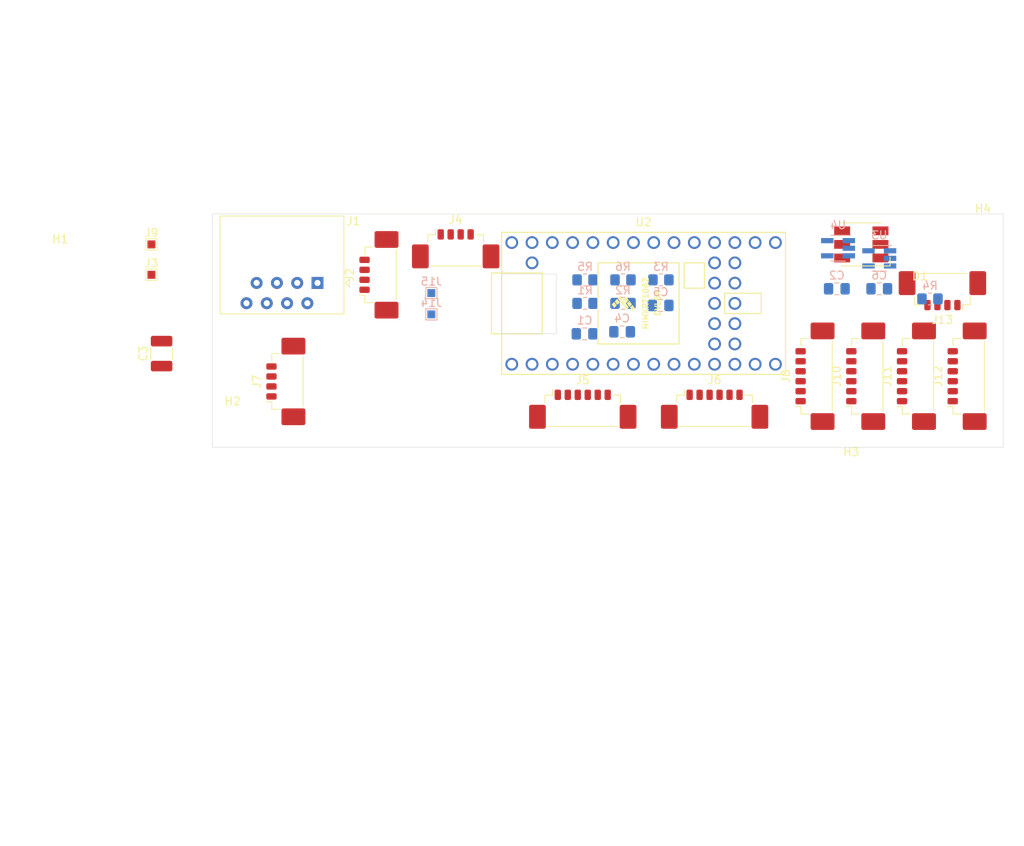
<source format=kicad_pcb>
(kicad_pcb (version 20211014) (generator pcbnew)
  (layers (0 "F.Cu" signal) (1 "In1.Cu" power) (2 "In2.Cu" power) (31 "B.Cu" signal) (34 "B.Paste" user) (35 "F.Paste" user) (36 "B.SilkS" user "B.Silkscreen") (37 "F.SilkS" user "F.Silkscreen") (38 "B.Mask" user) (39 "F.Mask" user) (44 "Edge.Cuts" user))
  (net 0 "")
  (net 1 "Net-(J2-Pad3)")
  (net 2 "GND")
  (net 3 "L_JOY_COL")
  (net 4 "Net-(J4-Pad3)")
  (net 5 "Net-(J4-Pad2)")
  (net 6 "Net-(J6-Pad3)")
  (net 7 "+3V3")
  (net 9 "Net-(R3-Pad2)")
  (net 10 "Net-(R4-Pad2)")
  (net 12 "Net-(J6-Pad1)")
  (net 13 "Net-(J6-Pad5)")
  (net 14 "GNDA")
  (net 15 "/D-")
  (net 16 "/D+")
  (net 17 "VBUS")
  (net 18 "Net-(J5-Pad4)")
  (net 19 "Net-(J5-Pad2)")
  (net 20 "Net-(J2-Pad2)")
  (net 21 "Net-(J5-Pad1)")
  (net 22 "Net-(J5-Pad3)")
  (net 23 "Net-(J5-Pad5)")
  (net 24 "Net-(J5-Pad6)")
  (net 25 "Net-(J6-Pad2)")
  (net 26 "Net-(J6-Pad4)")
  (net 27 "Net-(J6-Pad6)")
  (net 30 "Net-(J10-Pad2)")
  (net 31 "Net-(J10-Pad3)")
  (net 32 "Net-(J10-Pad4)")
  (net 33 "Net-(J10-Pad5)")
  (net 34 "Net-(J10-Pad6)")
  (net 37 "Net-(J12-Pad1)")
  (net 40 "Net-(U2-Pad30)")
  (net 41 "Net-(D1-Pad1)")
  (net 42 "Net-(U2-Pad29)")
  (net 43 "Net-(D1-Pad2)")
  (net 44 "Net-(C1-Pad1)")
  (net 45 "Net-(C2-Pad1)")
  (net 46 "Net-(C5-Pad1)")
  (net 47 "Net-(C4-Pad1)")
  (net 56 "Net-(J14-Pad1)")
  (net 57 "Net-(J15-Pad1)")
  (net 58 "Net-(J13-Pad2)")
  (net 59 "Net-(J13-Pad3)")
  (footprint "MountingHole:MountingHole_2.2mm_M2" (layer "F.Cu") (at 39.37 69.85)
    (fp_text reference "H1" (at 0 -3.2) (layer "F.SilkS"))
    (fp_text value "MountingHole")
    (pad "" np_thru_hole circle (at 0 0) (size 2.2 2.2) (drill 2.2) (layers *.Cu *.Mask))
  )
  (footprint "Connector_Molex:Molex_PicoBlade_53398-0471_1x04-1MP_P1.25mm_Vertical" (layer "F.Cu") (at 78.74 71.12 90)
    (fp_text reference "J2" (at 0 -3.1 90) (layer "F.SilkS"))
    (fp_text value "Base")
    (fp_line (start -2.535 -1.21) (end -2.535 -1.9) (layer "F.SilkS") (width 0.12))
    (fp_line (start -3.115 2.71) (end 3.115 2.71) (layer "F.SilkS") (width 0.12))
    (fp_line (start -3.485 -1.21) (end -2.535 -1.21) (layer "F.SilkS") (width 0.12))
    (fp_line (start 3.485 -1.21) (end 2.535 -1.21) (layer "F.SilkS") (width 0.12))
    (fp_line (start 3.485 -0.26) (end 3.485 -1.21) (layer "F.SilkS") (width 0.12))
    (fp_line (start -3.485 -0.26) (end -3.485 -1.21) (layer "F.SilkS") (width 0.12))
    (pad "1" smd roundrect (at -1.875 -1.25 90) (size 0.8 1.3) (layers "F.Cu" "F.Paste" "F.Mask") (net 7 "+3V3"))
    (pad "2" smd roundrect (at -0.625 -1.25 90) (size 0.8 1.3) (layers "F.Cu" "F.Paste" "F.Mask") (net 20 "Net-(J2-Pad2)"))
    (pad "3" smd roundrect (at 0.625 -1.25 90) (size 0.8 1.3) (layers "F.Cu" "F.Paste" "F.Mask") (net 1 "Net-(J2-Pad3)"))
    (pad "4" smd roundrect (at 1.875 -1.25 90) (size 0.8 1.3) (layers "F.Cu" "F.Paste" "F.Mask") (net 14 "GNDA"))
    (pad "MP" smd roundrect (at 4.425 1.5 90) (size 2.1 3) (layers "F.Cu" "F.Paste" "F.Mask") (roundrect_rratio 0.119048))
    (pad "MP" smd roundrect (at -4.425 1.5 90) (size 2.1 3) (layers "F.Cu" "F.Paste" "F.Mask") (roundrect_rratio 0.119048))
  )
  (footprint "Capacitor_SMD:C_1210_3225Metric_Pad1.33x2.70mm_HandSolder" (layer "F.Cu") (at 52.07 80.9875 90)
    (fp_text reference "C3" (at 0 -2.3 90) (layer "F.SilkS"))
    (fp_text value "C")
    (fp_line (start -0.711252 1.36) (end 0.711252 1.36) (layer "F.SilkS") (width 0.12))
    (fp_line (start -0.711252 -1.36) (end 0.711252 -1.36) (layer "F.SilkS") (width 0.12))
    (pad "1" smd roundrect (at -1.5625 0 90) (size 1.325 2.7) (layers "F.Cu" "F.Paste" "F.Mask") (roundrect_rratio 0.188679) (net 17 "VBUS"))
    (pad "2" smd roundrect (at 1.5625 0 90) (size 1.325 2.7) (layers "F.Cu" "F.Paste" "F.Mask") (roundrect_rratio 0.188679) (net 2 "GND"))
  )
  (footprint "LED_SMD:LED_RGB_5050-6" (layer "F.Cu") (at 139.7 67.31 180)
    (fp_text reference "D1" (at -7.33 -3.98) (layer "F.SilkS"))
    (fp_text value "DotStar-cmdr_mainboard")
    (fp_line (start -3.6 -2.7) (end 2.5 -2.7) (layer "F.SilkS") (width 0.12))
    (fp_line (start 2.5 2.7) (end -2.5 2.7) (layer "F.SilkS") (width 0.12))
    (fp_line (start -3.6 -1.6) (end -3.6 -2.7) (layer "F.SilkS") (width 0.12))
    (pad "1" smd rect (at -2.4 -1.7 270) (size 1.1 2) (layers "F.Cu" "F.Paste" "F.Mask") (net 41 "Net-(D1-Pad1)"))
    (pad "2" smd rect (at -2.4 0 270) (size 1.1 2) (layers "F.Cu" "F.Paste" "F.Mask") (net 43 "Net-(D1-Pad2)"))
    (pad "3" smd rect (at -2.4 1.7 270) (size 1.1 2) (layers "F.Cu" "F.Paste" "F.Mask") (net 2 "GND"))
    (pad "4" smd rect (at 2.4 1.7 270) (size 1.1 2) (layers "F.Cu" "F.Paste" "F.Mask") (net 17 "VBUS"))
    (pad "5" smd rect (at 2.4 0 270) (size 1.1 2) (layers "F.Cu" "F.Paste" "F.Mask"))
    (pad "6" smd rect (at 2.4 -1.7 270) (size 1.1 2) (layers "F.Cu" "F.Paste" "F.Mask"))
  )
  (footprint "MountingHole:MountingHole_2.2mm_M2" (layer "F.Cu") (at 60.96 90.17)
    (fp_text reference "H2" (at 0 -3.2) (layer "F.SilkS"))
    (fp_text value "MountingHole")
    (pad "" np_thru_hole circle (at 0 0) (size 2.2 2.2) (drill 2.2) (layers *.Cu *.Mask))
  )
  (footprint "cmdr_mainboard:FRJAE-408" (layer "F.Cu") (at 71.5925 72.136 180)
    (fp_text reference "J1" (at -4.505 7.747) (layer "F.SilkS"))
    (fp_text value "RJ45")
    (fp_line (start -4 -0.5) (end -4 0.5) (layer "F.SilkS") (width 0.12))
    (fp_line (start 12.205 -3.88) (end -3.315 -3.88) (layer "F.SilkS") (width 0.12))
    (fp_line (start -3.315 -3.88) (end -3.302 8.382) (layer "F.SilkS") (width 0.12))
    (fp_line (start -3.302 8.382) (end 12.218 8.382) (layer "F.SilkS") (width 0.12))
    (fp_line (start 12.205 -3.88) (end 12.205 8.382) (layer "F.SilkS") (width 0.12))
    (fp_line (start -3.5 0) (end -4 -0.5) (layer "F.SilkS") (width 0.12))
    (fp_line (start -4 0.5) (end -3.5 0) (layer "F.SilkS") (width 0.12))
    (pad "" np_thru_hole circle (at -1.27 6.35 180) (size 3.2 3.2) (drill 3.2) (layers *.Cu *.Mask))
    (pad "" np_thru_hole circle (at 10.16 6.35 180) (size 3.2 3.2) (drill 3.2) (layers *.Cu *.Mask))
    (pad "1" thru_hole rect (at 0 0 180) (size 1.5 1.5) (drill 0.76) (layers *.Cu *.Mask) (net 17 "VBUS"))
    (pad "2" thru_hole circle (at 1.27 -2.54 180) (size 1.5 1.5) (drill 0.76) (layers *.Cu *.Mask) (net 2 "GND"))
    (pad "3" thru_hole circle (at 2.54 0 180) (size 1.5 1.5) (drill 0.76) (layers *.Cu *.Mask) (net 16 "/D+"))
    (pad "4" thru_hole circle (at 3.81 -2.54 180) (size 1.5 1.5) (drill 0.76) (layers *.Cu *.Mask) (net 15 "/D-"))
    (pad "5" thru_hole circle (at 5.08 0 180) (size 1.5 1.5) (drill 0.76) (layers *.Cu *.Mask))
    (pad "6" thru_hole circle (at 6.35 -2.54 180) (size 1.5 1.5) (drill 0.76) (layers *.Cu *.Mask))
    (pad "7" thru_hole circle (at 7.62 0 180) (size 1.5 1.5) (drill 0.76) (layers *.Cu *.Mask))
    (pad "8" thru_hole circle (at 8.89 -2.54 180) (size 1.5 1.5) (drill 0.76) (layers *.Cu *.Mask))
  )
  (footprint "cmdr_mainboard:Teensy40_CM" (layer "F.Cu") (at 112.435 74.7)
    (fp_text reference "U2" (at 0 -10.16) (layer "F.SilkS"))
    (fp_text value "Teensy4.0")
    (fp_text user "DVL6A" (at 1.778 0 90) (layer "F.SilkS") (effects (font (size 0.7 0.7))))
    (fp_text user "MIMXRT1062" (at 0.254 0 90) (layer "F.SilkS") (effects (font (size 0.7 0.7))))
    (fp_line (start -17.78 -8.89) (end 17.78 -8.89) (layer "F.SilkS") (width 0.15))
    (fp_line (start -19.05 -3.81) (end -17.78 -3.81) (layer "F.SilkS") (width 0.15))
    (fp_line (start 4.445 5.08) (end 4.445 -5.08) (layer "F.SilkS") (width 0.15))
    (fp_line (start 7.62 -5.08) (end 7.62 -1.905) (layer "F.SilkS") (width 0.15))
    (fp_line (start 5.08 -1.905) (end 5.08 -5.08) (layer "F.SilkS") (width 0.15))
    (fp_line (start -5.715 -5.08) (end -5.715 5.08) (layer "F.SilkS") (width 0.15))
    (fp_line (start 4.445 -5.08) (end -5.715 -5.08) (layer "F.SilkS") (width 0.15))
    (fp_line (start -17.78 3.81) (end -19.05 3.81) (layer "F.SilkS") (width 0.15))
    (fp_line (start -12.7 3.81) (end -17.78 3.81) (layer "F.SilkS") (width 0.15))
    (fp_line (start 7.62 -1.905) (end 5.08 -1.905) (layer "F.SilkS") (width 0.15))
    (fp_line (start -12.7 3.81) (end -12.7 -3.81) (layer "F.SilkS") (width 0.15))
    (fp_line (start 10.16 -1.27) (end 14.732 -1.27) (layer "F.SilkS") (width 0.15))
    (fp_line (start 14.732 -1.27) (end 14.732 1.27) (layer "F.SilkS") (width 0.15))
    (fp_line (start 10.16 1.27) (end 10.16 -1.27) (layer "F.SilkS") (width 0.15))
    (fp_line (start 17.78 -8.89) (end 17.78 8.89) (layer "F.SilkS") (width 0.15))
    (fp_line (start -17.78 8.89) (end -17.78 -8.89) (layer "F.SilkS") (width 0.15))
    (fp_line (start 14.732 1.27) (end 10.16 1.27) (layer "F.SilkS") (width 0.15))
    (fp_line (start -19.05 3.81) (end -19.05 -3.81) (layer "F.SilkS") (width 0.15))
    (fp_line (start 17.78 8.89) (end -17.78 8.89) (layer "F.SilkS") (width 0.15))
    (fp_line (start -12.7 -3.81) (end -17.78 -3.81) (layer "F.SilkS") (width 0.15))
    (fp_line (start 4.445 5.08) (end -5.715 5.08) (layer "F.SilkS") (width 0.15))
    (fp_line (start 5.08 -5.08) (end 7.62 -5.08) (layer "F.SilkS") (width 0.15))
    (fp_poly (pts (xy -2.032 0) (xy -1.778 -0.254) (xy -1.524 0.127) (xy -1.778 0.381)) (layer "F.SilkS") (width 0.1) (fill solid))
    (fp_poly (pts (xy -2.794 -0.127) (xy -2.54 -0.381) (xy -2.286 0) (xy -2.54 0.254)) (layer "F.SilkS") (width 0.1) (fill solid))
    (fp_poly (pts (xy -2.413 -0.508) (xy -2.159 -0.762) (xy -1.905 -0.381) (xy -2.159 -0.127)) (layer "F.SilkS") (width 0.1) (fill solid))
    (fp_poly (pts (xy -2.413 0.381) (xy -2.159 0.127) (xy -1.905 0.508) (xy -2.159 0.762)) (layer "F.SilkS") (width 0.1) (fill solid))
    (fp_poly (pts (xy -3.937 0.127) (xy -3.683 -0.127) (xy -3.429 0.254) (xy -3.683 0.508)) (layer "F.SilkS") (width 0.1) (fill solid))
    (fp_poly (pts (xy -1.651 0.508) (xy -1.397 0.254) (xy -1.143 0.635) (xy -1.397 0.889)) (layer "F.SilkS") (width 0.1) (fill solid))
    (fp_poly (pts (xy -3.556 -0.254) (xy -3.302 -0.508) (xy -3.048 -0.127) (xy -3.302 0.127)) (layer "F.SilkS") (width 0.1) (fill solid))
    (fp_poly (pts (xy -3.175 -0.635) (xy -2.921 -0.889) (xy -2.667 -0.508) (xy -2.921 -0.254)) (layer "F.SilkS") (width 0.1) (fill solid))
    (pad "1" thru_hole circle (at -16.51 7.62) (size 1.6 1.6) (drill 1.1) (layers *.Cu *.Mask) (net 2 "GND"))
    (pad "2" thru_hole circle (at -13.97 7.62) (size 1.6 1.6) (drill 1.1) (layers *.Cu *.Mask) (net 21 "Net-(J5-Pad1)"))
    (pad "3" thru_hole circle (at -11.43 7.62) (size 1.6 1.6) (drill 1.1) (layers *.Cu *.Mask) (net 19 "Net-(J5-Pad2)"))
    (pad "4" thru_hole circle (at -8.89 7.62) (size 1.6 1.6) (drill 1.1) (layers *.Cu *.Mask) (net 22 "Net-(J5-Pad3)"))
    (pad "5" thru_hole circle (at -6.35 7.62) (size 1.6 1.6) (drill 1.1) (layers *.Cu *.Mask) (net 18 "Net-(J5-Pad4)"))
    (pad "6" thru_hole circle (at -3.81 7.62) (size 1.6 1.6) (drill 1.1) (layers *.Cu *.Mask) (net 23 "Net-(J5-Pad5)"))
    (pad "7" thru_hole circle (at -1.27 7.62) (size 1.6 1.6) (drill 1.1) (layers *.Cu *.Mask) (net 24 "Net-(J5-Pad6)"))
    (pad "8" thru_hole circle (at 1.27 7.62) (size 1.6 1.6) (drill 1.1) (layers *.Cu *.Mask) (net 12 "Net-(J6-Pad1)"))
    (pad "9" thru_hole circle (at 3.81 7.62) (size 1.6 1.6) (drill 1.1) (layers *.Cu *.Mask) (net 25 "Net-(J6-Pad2)"))
    (pad "10" thru_hole circle (at 6.35 7.62) (size 1.6 1.6) (drill 1.1) (layers *.Cu *.Mask) (net 6 "Net-(J6-Pad3)"))
    (pad "11" thru_hole circle (at 8.89 7.62) (size 1.6 1.6) (drill 1.1) (layers *.Cu *.Mask) (net 26 "Net-(J6-Pad4)"))
    (pad "12" thru_hole circle (at 11.43 7.62) (size 1.6 1.6) (drill 1.1) (layers *.Cu *.Mask) (net 13 "Net-(J6-Pad5)"))
    (pad "13" thru_hole circle (at 13.97 7.62) (size 1.6 1.6) (drill 1.1) (layers *.Cu *.Mask) (net 27 "Net-(J6-Pad6)"))
    (pad "14" thru_hole circle (at 16.51 7.62) (size 1.6 1.6) (drill 1.1) (layers *.Cu *.Mask) (net 3 "L_JOY_COL"))
    (pad "20" thru_hole circle (at 16.51 -7.62) (size 1.6 1.6) (drill 1.1) (layers *.Cu *.Mask))
    (pad "21" thru_hole circle (at 13.97 -7.62) (size 1.6 1.6) (drill 1.1) (layers *.Cu *.Mask) (net 9 "Net-(R3-Pad2)"))
    (pad "22" thru_hole circle (at 11.43 -7.62) (size 1.6 1.6) (drill 1.1) (layers *.Cu *.Mask) (net 10 "Net-(R4-Pad2)"))
    (pad "23" thru_hole circle (at 8.89 -7.62) (size 1.6 1.6) (drill 1.1) (layers *.Cu *.Mask) (net 46 "Net-(C5-Pad1)"))
    (pad "24" thru_hole circle (at 6.35 -7.62) (size 1.6 1.6) (drill 1.1) (layers *.Cu *.Mask) (net 47 "Net-(C4-Pad1)"))
    (pad "25" thru_hole circle (at 3.81 -7.62) (size 1.6 1.6) (drill 1.1) (layers *.Cu *.Mask))
    (pad "26" thru_hole circle (at 1.27 -7.62) (size 1.6 1.6) (drill 1.1) (layers *.Cu *.Mask))
    (pad "27" thru_hole circle (at -1.27 -7.62) (size 1.6 1.6) (drill 1.1) (layers *.Cu *.Mask) (net 45 "Net-(C2-Pad1)"))
    (pad "28" thru_hole circle (at -3.81 -7.62) (size 1.6 1.6) (drill 1.1) (layers *.Cu *.Mask) (net 44 "Net-(C1-Pad1)"))
    (pad "29" thru_hole circle (at -6.35 -7.62) (size 1.6 1.6) (drill 1.1) (layers *.Cu *.Mask) (net 42 "Net-(U2-Pad29)"))
    (pad "30" thru_hole circle (at -8.89 -7.62) (size 1.6 1.6) (drill 1.1) (layers *.Cu *.Mask) (net 40 "Net-(U2-Pad30)"))
    (pad "31" thru_hole circle (at -11.43 -7.62) (size 1.6 1.6) (drill 1.1) (layers *.Cu *.Mask) (net 7 "+3V3"))
    (pad "32" thru_hole circle (at -13.97 -7.62) (size 1.6 1.6) (drill 1.1) (layers *.Cu *.Mask) (net 14 "GNDA"))
    (pad "33" thru_hole circle (at -16.51 -7.62) (size 1.6 1.6) (drill 1.1) (layers *.Cu *.Mask))
    (pad "34" thru_hole circle (at -13.97 -5.08) (size 1.6 1.6) (drill 1.1) (layers *.Cu *.Mask) (net 17 "VBUS"))
    (pad "35" thru_hole circle (at 11.43 -5.08) (size 1.6 1.6) (drill 1.1) (layers *.Cu *.Mask) (net 34 "Net-(J10-Pad6)"))
    (pad "36" thru_hole circle (at 8.89 -5.08) (size 1.6 1.6) (drill 1.1) (layers *.Cu *.Mask))
    (pad "37" thru_hole circle (at 11.43 -2.54) (size 1.6 1.6) (drill 1.1) (layers *.Cu *.Mask) (net 33 "Net-(J10-Pad5)"))
    (pad "38" thru_hole circle (at 8.89 -2.54) (size 1.6 1.6) (drill 1.1) (layers *.Cu *.Mask))
    (pad "39" thru_hole circle (at 11.43 0) (size 1.6 1.6) (drill 1.1) (layers *.Cu *.Mask) (net 32 "Net-(J10-Pad4)"))
    (pad "40" thru_hole circle (at 8.89 0) (size 1.6 1.6) (drill 1.1) (layers *.Cu *.Mask))
    (pad "41" thru_hole circle (at 11.43 2.54) (size 1.6 1.6) (drill 1.1) (layers *.Cu *.Mask) (net 31 "Net-(J10-Pad3)"))
    (pad "42" thru_hole circle (at 8.89 2.54) (size 1.6 1.6) (drill 1.1) (layers *.Cu *.Mask))
    (pad "43" thru_hole circle (at 11.43 5.08) (size 1.6 1.6) (drill 1.1) (layers *.Cu *.Mask) (net 30 "Net-(J10-Pad2)"))
    (pad "44" thru_hole circle (at 8.89 5.08) (size 1.6 1.6) (drill 1.1) (layers *.Cu *.Mask) (net 37 "Net-(J12-Pad1)"))
  )
  (footprint "Connector_Molex:Molex_PicoBlade_53398-0671_1x06-1MP_P1.25mm_Vertical" (layer "F.Cu") (at 139.7 83.82 90)
    (fp_text reference "J10" (at 0 -3.1 90) (layer "F.SilkS"))
    (fp_text value "Conn_01x06")
    (fp_line (start -4.365 2.71) (end 4.365 2.71) (layer "F.SilkS") (width 0.12))
    (fp_line (start 4.735 -0.26) (end 4.735 -1.21) (layer "F.SilkS") (width 0.12))
    (fp_line (start -4.735 -1.21) (end -3.785 -1.21) (layer "F.SilkS") (width 0.12))
    (fp_line (start -3.785 -1.21) (end -3.785 -1.9) (layer "F.SilkS") (width 0.12))
    (fp_line (start -4.735 -0.26) (end -4.735 -1.21) (layer "F.SilkS") (width 0.12))
    (fp_line (start 4.735 -1.21) (end 3.785 -1.21) (layer "F.SilkS") (width 0.12))
    (pad "1" smd roundrect (at -3.125 -1.25 90) (size 0.8 1.3) (layers "F.Cu" "F.Paste" "F.Mask"))
    (pad "2" smd roundrect (at -1.875 -1.25 90) (size 0.8 1.3) (layers "F.Cu" "F.Paste" "F.Mask") (net 30 "Net-(J10-Pad2)"))
    (pad "3" smd roundrect (at -0.625 -1.25 90) (size 0.8 1.3) (layers "F.Cu" "F.Paste" "F.Mask") (net 31 "Net-(J10-Pad3)"))
    (pad "4" smd roundrect (at 0.625 -1.25 90) (size 0.8 1.3) (layers "F.Cu" "F.Paste" "F.Mask") (net 32 "Net-(J10-Pad4)"))
    (pad "5" smd roundrect (at 1.875 -1.25 90) (size 0.8 1.3) (layers "F.Cu" "F.Paste" "F.Mask") (net 33 "Net-(J10-Pad5)"))
    (pad "6" smd roundrect (at 3.125 -1.25 90) (size 0.8 1.3) (layers "F.Cu" "F.Paste" "F.Mask") (net 34 "Net-(J10-Pad6)"))
    (pad "MP" smd roundrect (at 5.675 1.5 90) (size 2.1 3) (layers "F.Cu" "F.Paste" "F.Mask") (roundrect_rratio 0.119048))
    (pad "MP" smd roundrect (at -5.675 1.5 90) (size 2.1 3) (layers "F.Cu" "F.Paste" "F.Mask") (roundrect_rratio 0.119048))
  )
  (footprint "Connector_Molex:Molex_PicoBlade_53398-0671_1x06-1MP_P1.25mm_Vertical" (layer "F.Cu") (at 146.05 83.82 90)
    (fp_text reference "J11" (at 0 -3.1 90) (layer "F.SilkS"))
    (fp_text value "Conn_01x06")
    (fp_line (start -4.735 -0.26) (end -4.735 -1.21) (layer "F.SilkS") (width 0.12))
    (fp_line (start -3.785 -1.21) (end -3.785 -1.9) (layer "F.SilkS") (width 0.12))
    (fp_line (start -4.735 -1.21) (end -3.785 -1.21) (layer "F.SilkS") (width 0.12))
    (fp_line (start -4.365 2.71) (end 4.365 2.71) (layer "F.SilkS") (width 0.12))
    (fp_line (start 4.735 -1.21) (end 3.785 -1.21) (layer "F.SilkS") (width 0.12))
    (fp_line (start 4.735 -0.26) (end 4.735 -1.21) (layer "F.SilkS") (width 0.12))
    (pad "1" smd roundrect (at -3.125 -1.25 90) (size 0.8 1.3) (layers "F.Cu" "F.Paste" "F.Mask"))
    (pad "2" smd roundrect (at -1.875 -1.25 90) (size 0.8 1.3) (layers "F.Cu" "F.Paste" "F.Mask") (net 30 "Net-(J10-Pad2)"))
    (pad "3" smd roundrect (at -0.625 -1.25 90) (size 0.8 1.3) (layers "F.Cu" "F.Paste" "F.Mask") (net 31 "Net-(J10-Pad3)"))
    (pad "4" smd roundrect (at 0.625 -1.25 90) (size 0.8 1.3) (layers "F.Cu" "F.Paste" "F.Mask") (net 32 "Net-(J10-Pad4)"))
    (pad "5" smd roundrect (at 1.875 -1.25 90) (size 0.8 1.3) (layers "F.Cu" "F.Paste" "F.Mask") (net 33 "Net-(J10-Pad5)"))
    (pad "6" smd roundrect (at 3.125 -1.25 90) (size 0.8 1.3) (layers "F.Cu" "F.Paste" "F.Mask") (net 34 "Net-(J10-Pad6)"))
    (pad "MP" smd roundrect (at 5.675 1.5 90) (size 2.1 3) (layers "F.Cu" "F.Paste" "F.Mask") (roundrect_rratio 0.119048))
    (pad "MP" smd roundrect (at -5.675 1.5 90) (size 2.1 3) (layers "F.Cu" "F.Paste" "F.Mask") (roundrect_rratio 0.119048))
  )
  (footprint "Connector_Molex:Molex_PicoBlade_53398-0671_1x06-1MP_P1.25mm_Vertical" (layer "F.Cu") (at 104.815 87.4)
    (fp_text reference "J5" (at 0 -3.1) (layer "F.SilkS"))
    (fp_text value "Conn_01x06")
    (fp_line (start -3.785 -1.21) (end -3.785 -1.9) (layer "F.SilkS") (width 0.12))
    (fp_line (start -4.365 2.71) (end 4.365 2.71) (layer "F.SilkS") (width 0.12))
    (fp_line (start -4.735 -0.26) (end -4.735 -1.21) (layer "F.SilkS") (width 0.12))
    (fp_line (start 4.735 -1.21) (end 3.785 -1.21) (layer "F.SilkS") (width 0.12))
    (fp_line (start 4.735 -0.26) (end 4.735 -1.21) (layer "F.SilkS") (width 0.12))
    (fp_line (start -4.735 -1.21) (end -3.785 -1.21) (layer "F.SilkS") (width 0.12))
    (pad "1" smd roundrect (at -3.125 -1.25) (size 0.8 1.3) (layers "F.Cu" "F.Paste" "F.Mask") (net 21 "Net-(J5-Pad1)"))
    (pad "2" smd roundrect (at -1.875 -1.25) (size 0.8 1.3) (layers "F.Cu" "F.Paste" "F.Mask") (net 19 "Net-(J5-Pad2)"))
    (pad "3" smd roundrect (at -0.625 -1.25) (size 0.8 1.3) (layers "F.Cu" "F.Paste" "F.Mask") (net 22 "Net-(J5-Pad3)"))
    (pad "4" smd roundrect (at 0.625 -1.25) (size 0.8 1.3) (layers "F.Cu" "F.Paste" "F.Mask") (net 18 "Net-(J5-Pad4)"))
    (pad "5" smd roundrect (at 1.875 -1.25) (size 0.8 1.3) (layers "F.Cu" "F.Paste" "F.Mask") (net 23 "Net-(J5-Pad5)"))
    (pad "6" smd roundrect (at 3.125 -1.25) (size 0.8 1.3) (layers "F.Cu" "F.Paste" "F.Mask") (net 24 "Net-(J5-Pad6)"))
    (pad "MP" smd roundrect (at -5.675 1.5) (size 2.1 3) (layers "F.Cu" "F.Paste" "F.Mask") (roundrect_rratio 0.119048))
    (pad "MP" smd roundrect (at 5.675 1.5) (size 2.1 3) (layers "F.Cu" "F.Paste" "F.Mask") (roundrect_rratio 0.119048))
  )
  (footprint "TestPoint:TestPoint_Pad_1.0x1.0mm" (layer "F.Cu") (at 50.8 67.31)
    (fp_text reference "J9" (at 0 -1.448) (layer "F.SilkS"))
    (fp_text value "D+")
    (fp_line (start -0.7 0.7) (end -0.7 -0.7) (layer "F.SilkS") (width 0.12))
    (fp_line (start -0.7 -0.7) (end 0.7 -0.7) (layer "F.SilkS") (width 0.12))
    (fp_line (start 0.7 0.7) (end -0.7 0.7) (layer "F.SilkS") (width 0.12))
    (fp_line (start 0.7 -0.7) (end 0.7 0.7) (layer "F.SilkS") (width 0.12))
    (pad "1" smd rect (at 0 0) (size 1 1) (layers "F.Cu" "F.Mask") (net 16 "/D+"))
  )
  (footprint "MountingHole:MountingHole_2.2mm_M2" (layer "F.Cu") (at 138.43 96.52)
    (fp_text reference "H3" (at 0 -3.2) (layer "F.SilkS"))
    (fp_text value "MountingHole")
    (pad "" np_thru_hole circle (at 0 0) (size 2.2 2.2) (drill 2.2) (layers *.Cu *.Mask))
  )
  (footprint "Connector_Molex:Molex_PicoBlade_53398-0471_1x04-1MP_P1.25mm_Vertical" (layer "F.Cu") (at 149.86 73.66 180)
    (fp_text reference "J13" (at 0 -3.1) (layer "F.SilkS"))
    (fp_text value "Base")
    (fp_line (start 3.485 -1.21) (end 2.535 -1.21) (layer "F.SilkS") (width 0.12))
    (fp_line (start 3.485 -0.26) (end 3.485 -1.21) (layer "F.SilkS") (width 0.12))
    (fp_line (start -3.485 -0.26) (end -3.485 -1.21) (layer "F.SilkS") (width 0.12))
    (fp_line (start -2.535 -1.21) (end -2.535 -1.9) (layer "F.SilkS") (width 0.12))
    (fp_line (start -3.115 2.71) (end 3.115 2.71) (layer "F.SilkS") (width 0.12))
    (fp_line (start -3.485 -1.21) (end -2.535 -1.21) (layer "F.SilkS") (width 0.12))
    (pad "1" smd roundrect (at -1.875 -1.25 180) (size 0.8 1.3) (layers "F.Cu" "F.Paste" "F.Mask") (net 17 "VBUS"))
    (pad "2" smd roundrect (at -0.625 -1.25 180) (size 0.8 1.3) (layers "F.Cu" "F.Paste" "F.Mask") (net 58 "Net-(J13-Pad2)"))
    (pad "3" smd roundrect (at 0.625 -1.25 180) (size 0.8 1.3) (layers "F.Cu" "F.Paste" "F.Mask") (net 59 "Net-(J13-Pad3)"))
    (pad "4" smd roundrect (at 1.875 -1.25 180) (size 0.8 1.3) (layers "F.Cu" "F.Paste" "F.Mask") (net 2 "GND"))
    (pad "MP" smd roundrect (at -4.425 1.5 180) (size 2.1 3) (layers "F.Cu" "F.Paste" "F.Mask") (roundrect_rratio 0.119048))
    (pad "MP" smd roundrect (at 4.425 1.5 180) (size 2.1 3) (layers "F.Cu" "F.Paste" "F.Mask") (roundrect_rratio 0.119048))
  )
  (footprint "Connector_Molex:Molex_PicoBlade_53398-0671_1x06-1MP_P1.25mm_Vertical" (layer "F.Cu") (at 133.35 83.82 90)
    (fp_text reference "J8" (at 0 -3.1 90) (layer "F.SilkS"))
    (fp_text value "Conn_01x06")
    (fp_line (start 4.735 -0.26) (end 4.735 -1.21) (layer "F.SilkS") (width 0.12))
    (fp_line (start -3.785 -1.21) (end -3.785 -1.9) (layer "F.SilkS") (width 0.12))
    (fp_line (start 4.735 -1.21) (end 3.785 -1.21) (layer "F.SilkS") (width 0.12))
    (fp_line (start -4.365 2.71) (end 4.365 2.71) (layer "F.SilkS") (width 0.12))
    (fp_line (start -4.735 -0.26) (end -4.735 -1.21) (layer "F.SilkS") (width 0.12))
    (fp_line (start -4.735 -1.21) (end -3.785 -1.21) (layer "F.SilkS") (width 0.12))
    (pad "1" smd roundrect (at -3.125 -1.25 90) (size 0.8 1.3) (layers "F.Cu" "F.Paste" "F.Mask") (net 3 "L_JOY_COL"))
    (pad "2" smd roundrect (at -1.875 -1.25 90) (size 0.8 1.3) (layers "F.Cu" "F.Paste" "F.Mask") (net 30 "Net-(J10-Pad2)"))
    (pad "3" smd roundrect (at -0.625 -1.25 90) (size 0.8 1.3) (layers "F.Cu" "F.Paste" "F.Mask") (net 31 "Net-(J10-Pad3)"))
    (pad "4" smd roundrect (at 0.625 -1.25 90) (size 0.8 1.3) (layers "F.Cu" "F.Paste" "F.Mask") (net 32 "Net-(J10-Pad4)"))
    (pad "5" smd roundrect (at 1.875 -1.25 90) (size 0.8 1.3) (layers "F.Cu" "F.Paste" "F.Mask") (net 33 "Net-(J10-Pad5)"))
    (pad "6" smd roundrect (at 3.125 -1.25 90) (size 0.8 1.3) (layers "F.Cu" "F.Paste" "F.Mask") (net 34 "Net-(J10-Pad6)"))
    (pad "MP" smd roundrect (at 5.675 1.5 90) (size 2.1 3) (layers "F.Cu" "F.Paste" "F.Mask") (roundrect_rratio 0.119048))
    (pad "MP" smd roundrect (at -5.675 1.5 90) (size 2.1 3) (layers "F.Cu" "F.Paste" "F.Mask") (roundrect_rratio 0.119048))
  )
  (footprint "MountingHole:MountingHole_2.2mm_M2" (layer "F.Cu") (at 154.94 66.04)
    (fp_text reference "H4" (at 0 -3.2) (layer "F.SilkS"))
    (fp_text value "MountingHole")
    (pad "" np_thru_hole circle (at 0 0) (size 2.2 2.2) (drill 2.2) (layers *.Cu *.Mask))
  )
  (footprint "Connector_Molex:Molex_PicoBlade_53398-0471_1x04-1MP_P1.25mm_Vertical" (layer "F.Cu") (at 88.9 67.31)
    (fp_text reference "J4" (at 0 -3.1) (layer "F.SilkS"))
    (fp_text value "Base")
    (fp_line (start -3.485 -1.21) (end -2.535 -1.21) (layer "F.SilkS") (width 0.12))
    (fp_line (start 3.485 -0.26) (end 3.485 -1.21) (layer "F.SilkS") (width 0.12))
    (fp_line (start -2.535 -1.21) (end -2.535 -1.9) (layer "F.SilkS") (width 0.12))
    (fp_line (start 3.485 -1.21) (end 2.535 -1.21) (layer "F.SilkS") (width 0.12))
    (fp_line (start -3.485 -0.26) (end -3.485 -1.21) (layer "F.SilkS") (width 0.12))
    (fp_line (start -3.115 2.71) (end 3.115 2.71) (layer "F.SilkS") (width 0.12))
    (pad "1" smd roundrect (at -1.875 -1.25) (size 0.8 1.3) (layers "F.Cu" "F.Paste" "F.Mask") (net 7 "+3V3"))
    (pad "2" smd roundrect (at -0.625 -1.25) (size 0.8 1.3) (layers "F.Cu" "F.Paste" "F.Mask") (net 5 "Net-(J4-Pad2)"))
    (pad "3" smd roundrect (at 0.625 -1.25) (size 0.8 1.3) (layers "F.Cu" "F.Paste" "F.Mask") (net 4 "Net-(J4-Pad3)"))
    (pad "4" smd roundrect (at 1.875 -1.25) (size 0.8 1.3) (layers "F.Cu" "F.Paste" "F.Mask") (net 14 "GNDA"))
    (pad "MP" smd roundrect (at 4.425 1.5) (size 2.1 3) (layers "F.Cu" "F.Paste" "F.Mask") (roundrect_rratio 0.119048))
    (pad "MP" smd roundrect (at -4.425 1.5) (size 2.1 3) (layers "F.Cu" "F.Paste" "F.Mask") (roundrect_rratio 0.119048))
  )
  (footprint "TestPoint:TestPoint_Pad_1.0x1.0mm" (layer "F.Cu") (at 50.8 71.12)
    (fp_text reference "J3" (at 0 -1.448) (layer "F.SilkS"))
    (fp_text value "D-")
    (fp_line (start -0.7 -0.7) (end 0.7 -0.7) (layer "F.SilkS") (width 0.12))
    (fp_line (start -0.7 0.7) (end -0.7 -0.7) (layer "F.SilkS") (width 0.12))
    (fp_line (start 0.7 0.7) (end -0.7 0.7) (layer "F.SilkS") (width 0.12))
    (fp_line (start 0.7 -0.7) (end 0.7 0.7) (layer "F.SilkS") (width 0.12))
    (pad "1" smd rect (at 0 0) (size 1 1) (layers "F.Cu" "F.Mask") (net 15 "/D-"))
  )
  (footprint "Connector_Molex:Molex_PicoBlade_53398-0671_1x06-1MP_P1.25mm_Vertical" (layer "F.Cu") (at 152.4 83.82 90)
    (fp_text reference "J12" (at 0 -3.1 90) (layer "F.SilkS"))
    (fp_text value "Conn_01x06")
    (fp_line (start -4.735 -0.26) (end -4.735 -1.21) (layer "F.SilkS") (width 0.12))
    (fp_line (start -3.785 -1.21) (end -3.785 -1.9) (layer "F.SilkS") (width 0.12))
    (fp_line (start 4.735 -1.21) (end 3.785 -1.21) (layer "F.SilkS") (width 0.12))
    (fp_line (start -4.735 -1.21) (end -3.785 -1.21) (layer "F.SilkS") (width 0.12))
    (fp_line (start -4.365 2.71) (end 4.365 2.71) (layer "F.SilkS") (width 0.12))
    (fp_line (start 4.735 -0.26) (end 4.735 -1.21) (layer "F.SilkS") (width 0.12))
    (pad "1" smd roundrect (at -3.125 -1.25 90) (size 0.8 1.3) (layers "F.Cu" "F.Paste" "F.Mask") (net 37 "Net-(J12-Pad1)"))
    (pad "2" smd roundrect (at -1.875 -1.25 90) (size 0.8 1.3) (layers "F.Cu" "F.Paste" "F.Mask") (net 30 "Net-(J10-Pad2)"))
    (pad "3" smd roundrect (at -0.625 -1.25 90) (size 0.8 1.3) (layers "F.Cu" "F.Paste" "F.Mask") (net 31 "Net-(J10-Pad3)"))
    (pad "4" smd roundrect (at 0.625 -1.25 90) (size 0.8 1.3) (layers "F.Cu" "F.Paste" "F.Mask") (net 32 "Net-(J10-Pad4)"))
    (pad "5" smd roundrect (at 1.875 -1.25 90) (size 0.8 1.3) (layers "F.Cu" "F.Paste" "F.Mask") (net 33 "Net-(J10-Pad5)"))
    (pad "6" smd roundrect (at 3.125 -1.25 90) (size 0.8 1.3) (layers "F.Cu" "F.Paste" "F.Mask") (net 34 "Net-(J10-Pad6)"))
    (pad "MP" smd roundrect (at 5.675 1.5 90) (size 2.1 3) (layers "F.Cu" "F.Paste" "F.Mask") (roundrect_rratio 0.119048))
    (pad "MP" smd roundrect (at -5.675 1.5 90) (size 2.1 3) (layers "F.Cu" "F.Paste" "F.Mask") (roundrect_rratio 0.119048))
  )
  (footprint "Connector_Molex:Molex_PicoBlade_53398-0671_1x06-1MP_P1.25mm_Vertical" (layer "F.Cu") (at 121.325 87.4)
    (fp_text reference "J6" (at 0 -3.1) (layer "F.SilkS"))
    (fp_text value "Conn_01x06")
    (fp_line (start -4.735 -1.21) (end -3.785 -1.21) (layer "F.SilkS") (width 0.12))
    (fp_line (start 4.735 -0.26) (end 4.735 -1.21) (layer "F.SilkS") (width 0.12))
    (fp_line (start -4.365 2.71) (end 4.365 2.71) (layer "F.SilkS") (width 0.12))
    (fp_line (start -3.785 -1.21) (end -3.785 -1.9) (layer "F.SilkS") (width 0.12))
    (fp_line (start 4.735 -1.21) (end 3.785 -1.21) (layer "F.SilkS") (width 0.12))
    (fp_line (start -4.735 -0.26) (end -4.735 -1.21) (layer "F.SilkS") (width 0.12))
    (pad "1" smd roundrect (at -3.125 -1.25) (size 0.8 1.3) (layers "F.Cu" "F.Paste" "F.Mask") (net 12 "Net-(J6-Pad1)"))
    (pad "2" smd roundrect (at -1.875 -1.25) (size 0.8 1.3) (layers "F.Cu" "F.Paste" "F.Mask") (net 25 "Net-(J6-Pad2)"))
    (pad "3" smd roundrect (at -0.625 -1.25) (size 0.8 1.3) (layers "F.Cu" "F.Paste" "F.Mask") (net 6 "Net-(J6-Pad3)"))
    (pad "4" smd roundrect (at 0.625 -1.25) (size 0.8 1.3) (layers "F.Cu" "F.Paste" "F.Mask") (net 26 "Net-(J6-Pad4)"))
    (pad "5" smd roundrect (at 1.875 -1.25) (size 0.8 1.3) (layers "F.Cu" "F.Paste" "F.Mask") (net 13 "Net-(J6-Pad5)"))
    (pad "6" smd roundrect (at 3.125 -1.25) (size 0.8 1.3) (layers "F.Cu" "F.Paste" "F.Mask") (net 27 "Net-(J6-Pad6)"))
    (pad "MP" smd roundrect (at 5.675 1.5) (size 2.1 3) (layers "F.Cu" "F.Paste" "F.Mask") (roundrect_rratio 0.119048))
    (pad "MP" smd roundrect (at -5.675 1.5) (size 2.1 3) (layers "F.Cu" "F.Paste" "F.Mask") (roundrect_rratio 0.119048))
  )
  (footprint "Connector_Molex:Molex_PicoBlade_53398-0471_1x04-1MP_P1.25mm_Vertical" (layer "F.Cu") (at 67.08 84.475 90)
    (fp_text reference "J7" (at 0 -3.1 90) (layer "F.SilkS"))
    (fp_text value "Base")
    (fp_line (start 3.485 -0.26) (end 3.485 -1.21) (layer "F.SilkS") (width 0.12))
    (fp_line (start -3.485 -1.21) (end -2.535 -1.21) (layer "F.SilkS") (width 0.12))
    (fp_line (start -3.115 2.71) (end 3.115 2.71) (layer "F.SilkS") (width 0.12))
    (fp_line (start -3.485 -0.26) (end -3.485 -1.21) (layer "F.SilkS") (width 0.12))
    (fp_line (start -2.535 -1.21) (end -2.535 -1.9) (layer "F.SilkS") (width 0.12))
    (fp_line (start 3.485 -1.21) (end 2.535 -1.21) (layer "F.SilkS") (width 0.12))
    (pad "1" smd roundrect (at -1.875 -1.25 90) (size 0.8 1.3) (layers "F.Cu" "F.Paste" "F.Mask") (net 17 "VBUS"))
    (pad "2" smd roundrect (at -0.625 -1.25 90) (size 0.8 1.3) (layers "F.Cu" "F.Paste" "F.Mask") (net 56 "Net-(J14-Pad1)"))
    (pad "3" smd roundrect (at 0.625 -1.25 90) (size 0.8 1.3) (layers "F.Cu" "F.Paste" "F.Mask") (net 57 "Net-(J15-Pad1)"))
    (pad "4" smd roundrect (at 1.875 -1.25 90) (size 0.8 1.3) (layers "F.Cu" "F.Paste" "F.Mask") (net 2 "GND"))
    (pad "MP" smd roundrect (at -4.425 1.5 90) (size 2.1 3) (layers "F.Cu" "F.Paste" "F.Mask") (roundrect_rratio 0.119048))
    (pad "MP" smd roundrect (at 4.425 1.5 90) (size 2.1 3) (layers "F.Cu" "F.Paste" "F.Mask") (roundrect_rratio 0.119048))
  )
  (footprint "Package_TO_SOT_SMD:SOT-23-5_HandSoldering" (layer "B.Cu") (at 136.79 67.79 180)
    (fp_text reference "U4" (at 0 2.9) (layer "B.SilkS") (effects (justify mirror)))
    (fp_text value "74LVC1G125")
    (fp_line (start 0.9 1.61) (end -1.55 1.61) (layer "B.SilkS") (width 0.12))
    (fp_line (start -0.9 -1.61) (end 0.9 -1.61) (layer "B.SilkS") (width 0.12))
    (pad "1" smd rect (at -1.35 0.95 180) (size 1.56 0.65) (layers "B.Cu" "B.Paste" "B.Mask") (net 2 "GND"))
    (pad "2" smd rect (at -1.35 0 180) (size 1.56 0.65) (layers "B.Cu" "B.Paste" "B.Mask") (net 42 "Net-(U2-Pad29)"))
    (pad "3" smd rect (at -1.35 -0.95 180) (size 1.56 0.65) (layers "B.Cu" "B.Paste" "B.Mask") (net 2 "GND"))
    (pad "4" smd rect (at 1.35 -0.95 180) (size 1.56 0.65) (layers "B.Cu" "B.Paste" "B.Mask") (net 43 "Net-(D1-Pad2)"))
    (pad "5" smd rect (at 1.35 0.95 180) (size 1.56 0.65) (layers "B.Cu" "B.Paste" "B.Mask") (net 17 "VBUS"))
  )
  (footprint "Resistor_SMD:R_0805_2012Metric_Pad1.20x1.40mm_HandSolder" (layer "B.Cu") (at 114.605 71.75 180)
    (fp_text reference "R3" (at 0 1.65) (layer "B.SilkS") (effects (justify mirror)))
    (fp_text value "220")
    (fp_line (start -0.227064 -0.735) (end 0.227064 -0.735) (layer "B.SilkS") (width 0.12))
    (fp_line (start -0.227064 0.735) (end 0.227064 0.735) (layer "B.SilkS") (width 0.12))
    (pad "1" smd roundrect (at -1 0 180) (size 1.2 1.4) (layers "B.Cu" "B.Paste" "B.Mask") (roundrect_rratio 0.208333) (net 58 "Net-(J13-Pad2)"))
    (pad "2" smd roundrect (at 1 0 180) (size 1.2 1.4) (layers "B.Cu" "B.Paste" "B.Mask") (roundrect_rratio 0.208333) (net 9 "Net-(R3-Pad2)"))
  )
  (footprint "Resistor_SMD:R_0805_2012Metric_Pad1.20x1.40mm_HandSolder" (layer "B.Cu") (at 109.855 74.7 180)
    (fp_text reference "R2" (at 0 1.65) (layer "B.SilkS") (effects (justify mirror)))
    (fp_text value "220")
    (fp_line (start -0.227064 -0.735) (end 0.227064 -0.735) (layer "B.SilkS") (width 0.12))
    (fp_line (start -0.227064 0.735) (end 0.227064 0.735) (layer "B.SilkS") (width 0.12))
    (pad "1" smd roundrect (at -1 0 180) (size 1.2 1.4) (layers "B.Cu" "B.Paste" "B.Mask") (roundrect_rratio 0.208333) (net 20 "Net-(J2-Pad2)"))
    (pad "2" smd roundrect (at 1 0 180) (size 1.2 1.4) (layers "B.Cu" "B.Paste" "B.Mask") (roundrect_rratio 0.208333) (net 46 "Net-(C5-Pad1)"))
  )
  (footprint "TestPoint:TestPoint_Pad_1.0x1.0mm" (layer "B.Cu") (at 85.852 73.406 180)
    (fp_text reference "J15" (at 0 1.448) (layer "B.SilkS") (effects (justify mirror)))
    (fp_text value "D+")
    (fp_line (start 0.7 -0.7) (end -0.7 -0.7) (layer "B.SilkS") (width 0.12))
    (fp_line (start -0.7 0.7) (end 0.7 0.7) (layer "B.SilkS") (width 0.12))
    (fp_line (start 0.7 0.7) (end 0.7 -0.7) (layer "B.SilkS") (width 0.12))
    (fp_line (start -0.7 -0.7) (end -0.7 0.7) (layer "B.SilkS") (width 0.12))
    (pad "1" smd rect (at 0 0 180) (size 1 1) (layers "B.Cu" "B.Mask") (net 57 "Net-(J15-Pad1)"))
  )
  (footprint "Resistor_SMD:R_0805_2012Metric_Pad1.20x1.40mm_HandSolder" (layer "B.Cu") (at 105.105 74.7 180)
    (fp_text reference "R1" (at 0 1.65) (layer "B.SilkS") (effects (justify mirror)))
    (fp_text value "220")
    (fp_line (start -0.227064 0.735) (end 0.227064 0.735) (layer "B.SilkS") (width 0.12))
    (fp_line (start -0.227064 -0.735) (end 0.227064 -0.735) (layer "B.SilkS") (width 0.12))
    (pad "1" smd roundrect (at -1 0 180) (size 1.2 1.4) (layers "B.Cu" "B.Paste" "B.Mask") (roundrect_rratio 0.208333) (net 1 "Net-(J2-Pad3)"))
    (pad "2" smd roundrect (at 1 0 180) (size 1.2 1.4) (layers "B.Cu" "B.Paste" "B.Mask") (roundrect_rratio 0.208333) (net 47 "Net-(C4-Pad1)"))
  )
  (footprint "Capacitor_SMD:C_0805_2012Metric_Pad1.18x1.45mm_HandSolder" (layer "B.Cu") (at 141.95 72.87 180)
    (fp_text reference "C6" (at 0 1.68) (layer "B.SilkS") (effects (justify mirror)))
    (fp_text value "C")
    (fp_line (start -0.261252 -0.735) (end 0.261252 -0.735) (layer "B.SilkS") (width 0.12))
    (fp_line (start -0.261252 0.735) (end 0.261252 0.735) (layer "B.SilkS") (width 0.12))
    (pad "1" smd roundrect (at -1.0375 0 180) (size 1.175 1.45) (layers "B.Cu" "B.Paste" "B.Mask") (roundrect_rratio 0.212766) (net 17 "VBUS"))
    (pad "2" smd roundrect (at 1.0375 0 180) (size 1.175 1.45) (layers "B.Cu" "B.Paste" "B.Mask") (roundrect_rratio 0.212766) (net 2 "GND"))
  )
  (footprint "Resistor_SMD:R_0805_2012Metric_Pad1.20x1.40mm_HandSolder" (layer "B.Cu") (at 105.105 71.75 180)
    (fp_text reference "R5" (at 0 1.65) (layer "B.SilkS") (effects (justify mirror)))
    (fp_text value "220")
    (fp_line (start -0.227064 -0.735) (end 0.227064 -0.735) (layer "B.SilkS") (width 0.12))
    (fp_line (start -0.227064 0.735) (end 0.227064 0.735) (layer "B.SilkS") (width 0.12))
    (pad "1" smd roundrect (at -1 0 180) (size 1.2 1.4) (layers "B.Cu" "B.Paste" "B.Mask") (roundrect_rratio 0.208333) (net 5 "Net-(J4-Pad2)"))
    (pad "2" smd roundrect (at 1 0 180) (size 1.2 1.4) (layers "B.Cu" "B.Paste" "B.Mask") (roundrect_rratio 0.208333) (net 45 "Net-(C2-Pad1)"))
  )
  (footprint "Package_TO_SOT_SMD:SOT-23-5_HandSoldering" (layer "B.Cu") (at 141.95 69.06 180)
    (fp_text reference "U3" (at 0 2.9) (layer "B.SilkS") (effects (justify mirror)))
    (fp_text value "74LVC1G125")
    (fp_line (start -0.9 -1.61) (end 0.9 -1.61) (layer "B.SilkS") (width 0.12))
    (fp_line (start 0.9 1.61) (end -1.55 1.61) (layer "B.SilkS") (width 0.12))
    (pad "1" smd rect (at -1.35 0.95 180) (size 1.56 0.65) (layers "B.Cu" "B.Paste" "B.Mask") (net 2 "GND"))
    (pad "2" smd rect (at -1.35 0 180) (size 1.56 0.65) (layers "B.Cu" "B.Paste" "B.Mask") (net 40 "Net-(U2-Pad30)"))
    (pad "3" smd rect (at -1.35 -0.95 180) (size 1.56 0.65) (layers "B.Cu" "B.Paste" "B.Mask") (net 2 "GND"))
    (pad "4" smd rect (at 1.35 -0.95 180) (size 1.56 0.65) (layers "B.Cu" "B.Paste" "B.Mask") (net 41 "Net-(D1-Pad1)"))
    (pad "5" smd rect (at 1.35 0.95 180) (size 1.56 0.65) (layers "B.Cu" "B.Paste" "B.Mask") (net 17 "VBUS"))
  )
  (footprint "Capacitor_SMD:C_0805_2012Metric_Pad1.18x1.45mm_HandSolder" (layer "B.Cu") (at 114.57 74.954 180)
    (fp_text reference "C5" (at 0 1.68) (layer "B.SilkS") (effects (justify mirror)))
    (fp_text value "C")
    (fp_line (start -0.261252 0.735) (end 0.261252 0.735) (layer "B.SilkS") (width 0.12))
    (fp_line (start -0.261252 -0.735) (end 0.261252 -0.735) (layer "B.SilkS") (width 0.12))
    (pad "1" smd roundrect (at -1.0375 0 180) (size 1.175 1.45) (layers "B.Cu" "B.Paste" "B.Mask") (roundrect_rratio 0.212766) (net 46 "Net-(C5-Pad1)"))
    (pad "2" smd roundrect (at 1.0375 0 180) (size 1.175 1.45) (layers "B.Cu" "B.Paste" "B.Mask") (roundrect_rratio 0.212766) (net 14 "GNDA"))
  )
  (footprint "Resistor_SMD:R_0805_2012Metric_Pad1.20x1.40mm_HandSolder" (layer "B.Cu") (at 109.855 71.75 180)
    (fp_text reference "R6" (at 0 1.65) (layer "B.SilkS") (effects (justify mirror)))
    (fp_text value "220")
    (fp_line (start -0.227064 0.735) (end 0.227064 0.735) (layer "B.SilkS") (width 0.12))
    (fp_line (start -0.227064 -0.735) (end 0.227064 -0.735) (layer "B.SilkS") (width 0.12))
    (pad "1" smd roundrect (at -1 0 180) (size 1.2 1.4) (layers "B.Cu" "B.Paste" "B.Mask") (roundrect_rratio 0.208333) (net 4 "Net-(J4-Pad3)"))
    (pad "2" smd roundrect (at 1 0 180) (size 1.2 1.4) (layers "B.Cu" "B.Paste" "B.Mask") (roundrect_rratio 0.208333) (net 44 "Net-(C1-Pad1)"))
  )
  (footprint "Capacitor_SMD:C_0805_2012Metric_Pad1.18x1.45mm_HandSolder" (layer "B.Cu") (at 109.744 78.256 180)
    (fp_text reference "C4" (at 0 1.68) (layer "B.SilkS") (effects (justify mirror)))
    (fp_text value "C")
    (fp_line (start -0.261252 0.735) (end 0.261252 0.735) (layer "B.SilkS") (width 0.12))
    (fp_line (start -0.261252 -0.735) (end 0.261252 -0.735) (layer "B.SilkS") (width 0.12))
    (pad "1" smd roundrect (at -1.0375 0 180) (size 1.175 1.45) (layers "B.Cu" "B.Paste" "B.Mask") (roundrect_rratio 0.212766) (net 47 "Net-(C4-Pad1)"))
    (pad "2" smd roundrect (at 1.0375 0 180) (size 1.175 1.45) (layers "B.Cu" "B.Paste" "B.Mask") (roundrect_rratio 0.212766) (net 14 "GNDA"))
  )
  (footprint "TestPoint:TestPoint_Pad_1.0x1.0mm" (layer "B.Cu") (at 85.852 76.073 180)
    (fp_text reference "J14" (at 0 1.448) (layer "B.SilkS") (effects (justify mirror)))
    (fp_text value "D-")
    (fp_line (start -0.7 -0.7) (end -0.7 0.7) (layer "B.SilkS") (width 0.12))
    (fp_line (start 0.7 -0.7) (end -0.7 -0.7) (layer "B.SilkS") (width 0.12))
    (fp_line (start 0.7 0.7) (end 0.7 -0.7) (layer "B.SilkS") (width 0.12))
    (fp_line (start -0.7 0.7) (end 0.7 0.7) (layer "B.SilkS") (width 0.12))
    (pad "1" smd rect (at 0 0 180) (size 1 1) (layers "B.Cu" "B.Mask") (net 56 "Net-(J14-Pad1)"))
  )
  (footprint "Capacitor_SMD:C_0805_2012Metric_Pad1.18x1.45mm_HandSolder" (layer "B.Cu") (at 136.6375 72.87 180)
    (fp_text reference "C2" (at 0 1.68) (layer "B.SilkS") (effects (justify mirror)))
    (fp_text value "C")
    (fp_line (start -0.261252 0.735) (end 0.261252 0.735) (layer "B.SilkS") (width 0.12))
    (fp_line (start -0.261252 -0.735) (end 0.261252 -0.735) (layer "B.SilkS") (width 0.12))
    (pad "1" smd roundrect (at -1.0375 0 180) (size 1.175 1.45) (layers "B.Cu" "B.Paste" "B.Mask") (roundrect_rratio 0.212766) (net 45 "Net-(C2-Pad1)"))
    (pad "2" smd roundrect (at 1.0375 0 180) (size 1.175 1.45) (layers "B.Cu" "B.Paste" "B.Mask") (roundrect_rratio 0.212766) (net 14 "GNDA"))
  )
  (footprint "Resistor_SMD:R_0805_2012Metric_Pad1.20x1.40mm_HandSolder" (layer "B.Cu") (at 148.3 74.14 180)
    (fp_text reference "R4" (at 0 1.65) (layer "B.SilkS") (effects (justify mirror)))
    (fp_text value "220")
    (fp_line (start -0.227064 0.735) (end 0.227064 0.735) (layer "B.SilkS") (width 0.12))
    (fp_line (start -0.227064 -0.735) (end 0.227064 -0.735) (layer "B.SilkS") (width 0.12))
    (pad "1" smd roundrect (at -1 0 180) (size 1.2 1.4) (layers "B.Cu" "B.Paste" "B.Mask") (roundrect_rratio 0.208333) (net 59 "Net-(J13-Pad3)"))
    (pad "2" smd roundrect (at 1 0 180) (size 1.2 1.4) (layers "B.Cu" "B.Paste" "B.Mask") (roundrect_rratio 0.208333) (net 10 "Net-(R4-Pad2)"))
  )
  (footprint "Capacitor_SMD:C_0805_2012Metric_Pad1.18x1.45mm_HandSolder" (layer "B.Cu") (at 105.045 78.51 180)
    (fp_text reference "C1" (at 0 1.68) (layer "B.SilkS") (effects (justify mirror)))
    (fp_text value "C")
    (fp_line (start -0.261252 0.735) (end 0.261252 0.735) (layer "B.SilkS") (width 0.12))
    (fp_line (start -0.261252 -0.735) (end 0.261252 -0.735) (layer "B.SilkS") (width 0.12))
    (pad "1" smd roundrect (at -1.0375 0 180) (size 1.175 1.45) (layers "B.Cu" "B.Paste" "B.Mask") (roundrect_rratio 0.212766) (net 44 "Net-(C1-Pad1)"))
    (pad "2" smd roundrect (at 1.0375 0 180) (size 1.175 1.45) (layers "B.Cu" "B.Paste" "B.Mask") (roundrect_rratio 0.212766) (net 14 "GNDA"))
  )
  (gr_rect (start 58.42 63.5) (end 157.48 92.71) (layer "Edge.Cuts") (width 0.05) (fill none))
  (gr_rect (start 94.631 71.017) (end 101.489 78.51) (layer "Edge.Cuts") (width 0.05) (fill none))
)
</source>
